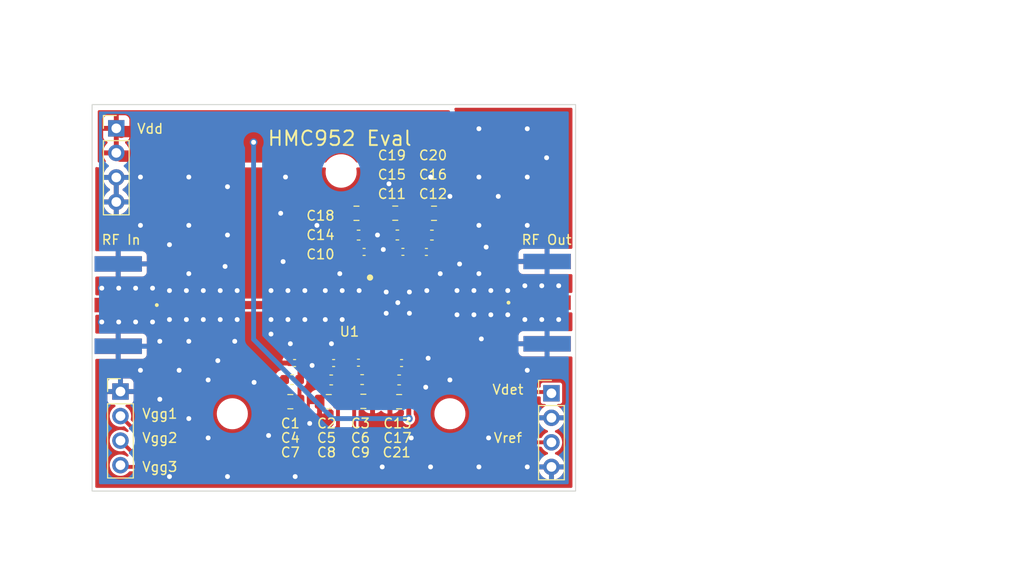
<source format=kicad_pcb>
(kicad_pcb (version 20211014) (generator pcbnew)
  (layers (0 "F.Cu" signal) (31 "B.Cu" signal) (34 "B.Paste" user) (35 "F.Paste" user) (36 "B.SilkS" user "B.Silkscreen") (37 "F.SilkS" user "F.Silkscreen") (38 "B.Mask" user) (39 "F.Mask" user) (44 "Edge.Cuts" user))
  (net 0 "")
  (net 1 "GND")
  (net 2 "/Vd_PA")
  (net 3 "/RF_out")
  (net 4 "/Vdet")
  (net 5 "/RF_In")
  (net 6 "/Vref")
  (net 7 "/Vg_PA1")
  (net 8 "/Vg_PA2")
  (net 9 "/Vg_PA3")
  (footprint "Capacitor_SMD:C_0603_1608Metric" (layer "F.Cu") (at 146.1375 86.01 180)
    (fp_text reference "C16" (at -0.1125 6.26) (layer "F.SilkS"))
    (fp_text value "10nF")
    (fp_line (start -0.14058 -0.51) (end 0.14058 -0.51) (layer "F.SilkS") (width 0.12))
    (fp_line (start -0.14058 0.51) (end 0.14058 0.51) (layer "F.SilkS") (width 0.12))
    (pad "1" smd roundrect (at -0.775 0 180) (size 0.9 0.95) (layers "F.Cu" "F.Paste" "F.Mask") (net 1 "GND"))
    (pad "2" smd roundrect (at 0.775 0 180) (size 0.9 0.95) (layers "F.Cu" "F.Paste" "F.Mask") (net 2 "/Vd_PA"))
  )
  (footprint "Capacitor_SMD:C_0402_1005Metric" (layer "F.Cu") (at 138.543 99.214 180)
    (fp_text reference "C3" (at -0.207 -6.286) (layer "F.SilkS"))
    (fp_text value "100pF")
    (fp_line (start -0.107836 -0.36) (end 0.107836 -0.36) (layer "F.SilkS") (width 0.12))
    (fp_line (start -0.107836 0.36) (end 0.107836 0.36) (layer "F.SilkS") (width 0.12))
    (pad "1" smd roundrect (at -0.48 0 180) (size 0.56 0.62) (layers "F.Cu" "F.Paste" "F.Mask") (net 1 "GND"))
    (pad "2" smd roundrect (at 0.48 0 180) (size 0.56 0.62) (layers "F.Cu" "F.Paste" "F.Mask") (net 9 "/Vg_PA3"))
  )
  (footprint "Capacitor_SMD:C_0805_2012Metric" (layer "F.Cu") (at 131.497 103.25)
    (fp_text reference "C7" (at 0.003 5.25) (layer "F.SilkS"))
    (fp_text value "4.7uF")
    (fp_line (start -0.261252 -0.735) (end 0.261252 -0.735) (layer "F.SilkS") (width 0.12))
    (fp_line (start -0.261252 0.735) (end 0.261252 0.735) (layer "F.SilkS") (width 0.12))
    (pad "1" smd roundrect (at -0.95 0) (size 1 1.45) (layers "F.Cu" "F.Paste" "F.Mask") (net 1 "GND"))
    (pad "2" smd roundrect (at 0.95 0) (size 1 1.45) (layers "F.Cu" "F.Paste" "F.Mask") (net 7 "/Vg_PA1"))
  )
  (footprint "Capacitor_SMD:C_0402_1005Metric" (layer "F.Cu") (at 131.939 99.25)
    (fp_text reference "C1" (at -0.439 6.25) (layer "F.SilkS"))
    (fp_text value "100pF")
    (fp_line (start -0.107836 0.36) (end 0.107836 0.36) (layer "F.SilkS") (width 0.12))
    (fp_line (start -0.107836 -0.36) (end 0.107836 -0.36) (layer "F.SilkS") (width 0.12))
    (pad "1" smd roundrect (at -0.48 0) (size 0.56 0.62) (layers "F.Cu" "F.Paste" "F.Mask") (net 1 "GND"))
    (pad "2" smd roundrect (at 0.48 0) (size 0.56 0.62) (layers "F.Cu" "F.Paste" "F.Mask") (net 7 "/Vg_PA1"))
  )
  (footprint "MountingHole:MountingHole_2.7mm_M2.5_ISO14580" (layer "F.Cu") (at 136.75 79.5)
    (fp_text reference "SCRW1" hide)
    (fp_text value "MountingHole_Pad")
    (pad "" np_thru_hole circle (at 0 0) (size 2.7 2.7) (drill 2.7) (layers *.Cu *.Mask))
  )
  (footprint "Capacitor_SMD:C_0603_1608Metric" (layer "F.Cu") (at 135.725 101)
    (fp_text reference "C5" (at -0.482252 6) (layer "F.SilkS"))
    (fp_text value "10nF")
    (fp_line (start -0.14058 -0.51) (end 0.14058 -0.51) (layer "F.SilkS") (width 0.12))
    (fp_line (start -0.14058 0.51) (end 0.14058 0.51) (layer "F.SilkS") (width 0.12))
    (pad "1" smd roundrect (at -0.775 0) (size 0.9 0.95) (layers "F.Cu" "F.Paste" "F.Mask") (net 1 "GND"))
    (pad "2" smd roundrect (at 0.775 0) (size 0.9 0.95) (layers "F.Cu" "F.Paste" "F.Mask") (net 8 "/Vg_PA2"))
  )
  (footprint "Capacitor_SMD:C_0805_2012Metric" (layer "F.Cu") (at 138.3375 83.75)
    (fp_text reference "C18" (at -3.725 0.25) (layer "F.SilkS"))
    (fp_text value "4.7uF")
    (fp_line (start -0.261252 0.735) (end 0.261252 0.735) (layer "F.SilkS") (width 0.12))
    (fp_line (start -0.261252 -0.735) (end 0.261252 -0.735) (layer "F.SilkS") (width 0.12))
    (pad "1" smd roundrect (at -0.95 0) (size 1 1.45) (layers "F.Cu" "F.Paste" "F.Mask") (net 1 "GND"))
    (pad "2" smd roundrect (at 0.95 0) (size 1 1.45) (layers "F.Cu" "F.Paste" "F.Mask") (net 2 "/Vd_PA"))
  )
  (footprint "MountingHole:MountingHole_2.7mm_M2.5_ISO14580" (layer "F.Cu") (at 125.5 104.5)
    (fp_text reference "SCRW2" hide)
    (fp_text value "MountingHole_Pad")
    (pad "" np_thru_hole circle (at 0 0) (size 2.7 2.7) (drill 2.7) (layers *.Cu *.Mask))
  )
  (footprint "GGS_Connectors:LINX_CONSMA020.062-G" (layer "F.Cu") (at 160.5 93 90)
    (fp_text reference "J2" hide)
    (fp_text value "SMA")
    (fp_circle (center 0 -6.44) (end 0.1 -6.44) (layer "F.SilkS") (width 0.2) (fill none))
    (pad "1" smd rect (at 0 -2.8 90) (size 1.5 5.6) (layers "F.Cu" "F.Paste" "F.Mask") (net 3 "/RF_out"))
    (pad "S1" smd rect (at -4.26 -2.45 90) (size 1.6 4.9) (layers "F.Cu" "F.Paste" "F.Mask") (net 1 "GND"))
    (pad "S2" smd rect (at 4.26 -2.45 90) (size 1.6 4.9) (layers "F.Cu" "F.Paste" "F.Mask") (net 1 "GND"))
    (pad "S3" smd rect (at -4.26 -2.45 90) (size 1.6 4.9) (layers "B.Cu" "B.Paste" "B.Mask") (net 1 "GND"))
    (pad "S4" smd rect (at 4.26 -2.45 90) (size 1.6 4.9) (layers "B.Cu" "B.Paste" "B.Mask") (net 1 "GND"))
  )
  (footprint "Capacitor_SMD:C_0402_1005Metric" (layer "F.Cu") (at 139.1275 87.75)
    (fp_text reference "C10" (at -4.515 0.25) (layer "F.SilkS"))
    (fp_text value "100pF")
    (fp_line (start -0.107836 -0.36) (end 0.107836 -0.36) (layer "F.SilkS") (width 0.12))
    (fp_line (start -0.107836 0.36) (end 0.107836 0.36) (layer "F.SilkS") (width 0.12))
    (pad "1" smd roundrect (at -0.48 0) (size 0.56 0.62) (layers "F.Cu" "F.Paste" "F.Mask") (net 1 "GND"))
    (pad "2" smd roundrect (at 0.48 0) (size 0.56 0.62) (layers "F.Cu" "F.Paste" "F.Mask") (net 2 "/Vd_PA"))
  )
  (footprint "Connector_PinHeader_2.54mm:PinHeader_1x04_P2.54mm_Vertical" (layer "F.Cu") (at 113.5 74.96)
    (fp_text reference "J3" hide)
    (fp_text value "Conn_01x04")
    (fp_line (start -1.33 -1.33) (end 0 -1.33) (layer "F.SilkS") (width 0.12))
    (fp_line (start -1.33 1.27) (end 1.33 1.27) (layer "F.SilkS") (width 0.12))
    (fp_line (start -1.33 0) (end -1.33 -1.33) (layer "F.SilkS") (width 0.12))
    (fp_line (start 1.33 1.27) (end 1.33 8.95) (layer "F.SilkS") (width 0.12))
    (fp_line (start -1.33 8.95) (end 1.33 8.95) (layer "F.SilkS") (width 0.12))
    (fp_line (start -1.33 1.27) (end -1.33 8.95) (layer "F.SilkS") (width 0.12))
    (pad "1" thru_hole rect (at 0 0) (size 1.7 1.7) (drill 1) (layers *.Cu *.Mask) (net 2 "/Vd_PA"))
    (pad "2" thru_hole oval (at 0 2.54) (size 1.7 1.7) (drill 1) (layers *.Cu *.Mask) (net 2 "/Vd_PA"))
    (pad "3" thru_hole oval (at 0 5.08) (size 1.7 1.7) (drill 1) (layers *.Cu *.Mask) (net 1 "GND"))
    (pad "4" thru_hole oval (at 0 7.62) (size 1.7 1.7) (drill 1) (layers *.Cu *.Mask) (net 1 "GND"))
  )
  (footprint "GGS_Connectors:LINX_CONSMA020.062-G" (layer "F.Cu") (at 111.25 93.25 -90)
    (fp_text reference "J1" hide)
    (fp_text value "SMA")
    (fp_circle (center 0 -6.44) (end 0.1 -6.44) (layer "F.SilkS") (width 0.2) (fill none))
    (pad "1" smd rect (at 0 -2.8 270) (size 1.5 5.6) (layers "F.Cu" "F.Paste" "F.Mask") (net 5 "/RF_In"))
    (pad "S1" smd rect (at -4.26 -2.45 270) (size 1.6 4.9) (layers "F.Cu" "F.Paste" "F.Mask") (net 1 "GND"))
    (pad "S2" smd rect (at 4.26 -2.45 270) (size 1.6 4.9) (layers "F.Cu" "F.Paste" "F.Mask") (net 1 "GND"))
    (pad "S3" smd rect (at -4.26 -2.45 270) (size 1.6 4.9) (layers "B.Cu" "B.Paste" "B.Mask") (net 1 "GND"))
    (pad "S4" smd rect (at 4.26 -2.45 270) (size 1.6 4.9) (layers "B.Cu" "B.Paste" "B.Mask") (net 1 "GND"))
  )
  (footprint "Connector_PinHeader_2.54mm:PinHeader_1x04_P2.54mm_Vertical" (layer "F.Cu") (at 113.9325 102.2)
    (fp_text reference "J4" hide)
    (fp_text value "Conn_01x04")
    (fp_line (start -1.33 0) (end -1.33 -1.33) (layer "F.SilkS") (width 0.12))
    (fp_line (start 1.33 1.27) (end 1.33 8.95) (layer "F.SilkS") (width 0.12))
    (fp_line (start -1.33 -1.33) (end 0 -1.33) (layer "F.SilkS") (width 0.12))
    (fp_line (start -1.33 8.95) (end 1.33 8.95) (layer "F.SilkS") (width 0.12))
    (fp_line (start -1.33 1.27) (end 1.33 1.27) (layer "F.SilkS") (width 0.12))
    (fp_line (start -1.33 1.27) (end -1.33 8.95) (layer "F.SilkS") (width 0.12))
    (pad "1" thru_hole rect (at 0 0) (size 1.7 1.7) (drill 1) (layers *.Cu *.Mask) (net 1 "GND"))
    (pad "2" thru_hole oval (at 0 2.54) (size 1.7 1.7) (drill 1) (layers *.Cu *.Mask) (net 7 "/Vg_PA1"))
    (pad "3" thru_hole oval (at 0 5.08) (size 1.7 1.7) (drill 1) (layers *.Cu *.Mask) (net 8 "/Vg_PA2"))
    (pad "4" thru_hole oval (at 0 7.62) (size 1.7 1.7) (drill 1) (layers *.Cu *.Mask) (net 9 "/Vg_PA3"))
  )
  (footprint "Capacitor_SMD:C_0805_2012Metric" (layer "F.Cu") (at 142.3475 83.74)
    (fp_text reference "C19" (at -0.3475 -5.99) (layer "F.SilkS"))
    (fp_text value "4.7uF")
    (fp_line (start -0.261252 -0.735) (end 0.261252 -0.735) (layer "F.SilkS") (width 0.12))
    (fp_line (start -0.261252 0.735) (end 0.261252 0.735) (layer "F.SilkS") (width 0.12))
    (pad "1" smd roundrect (at -0.95 0) (size 1 1.45) (layers "F.Cu" "F.Paste" "F.Mask") (net 1 "GND"))
    (pad "2" smd roundrect (at 0.95 0) (size 1 1.45) (layers "F.Cu" "F.Paste" "F.Mask") (net 2 "/Vd_PA"))
  )
  (footprint "Capacitor_SMD:C_0402_1005Metric" (layer "F.Cu") (at 143.1375 87.74)
    (fp_text reference "C11" (at -1.1375 -5.99) (layer "F.SilkS"))
    (fp_text value "100pF")
    (fp_line (start -0.107836 -0.36) (end 0.107836 -0.36) (layer "F.SilkS") (width 0.12))
    (fp_line (start -0.107836 0.36) (end 0.107836 0.36) (layer "F.SilkS") (width 0.12))
    (pad "1" smd roundrect (at -0.48 0) (size 0.56 0.62) (layers "F.Cu" "F.Paste" "F.Mask") (net 1 "GND"))
    (pad "2" smd roundrect (at 0.48 0) (size 0.56 0.62) (layers "F.Cu" "F.Paste" "F.Mask") (net 2 "/Vd_PA"))
  )
  (footprint "Capacitor_SMD:C_0805_2012Metric" (layer "F.Cu") (at 142.75 103.25)
    (fp_text reference "C21" (at -0.25 5.25) (layer "F.SilkS"))
    (fp_text value "4.7uF")
    (fp_line (start -0.261252 0.735) (end 0.261252 0.735) (layer "F.SilkS") (width 0.12))
    (fp_line (start -0.261252 -0.735) (end 0.261252 -0.735) (layer "F.SilkS") (width 0.12))
    (pad "1" smd roundrect (at -0.95 0) (size 1 1.45) (layers "F.Cu" "F.Paste" "F.Mask") (net 1 "GND"))
    (pad "2" smd roundrect (at 0.95 0) (size 1 1.45) (layers "F.Cu" "F.Paste" "F.Mask") (net 2 "/Vd_PA"))
  )
  (footprint "MountingHole:MountingHole_2.7mm_M2.5_ISO14580" (layer "F.Cu") (at 148 104.5)
    (fp_text reference "SCRW3" hide)
    (fp_text value "MountingHole_Pad")
    (pad "" np_thru_hole circle (at 0 0) (size 2.7 2.7) (drill 2.7) (layers *.Cu *.Mask))
  )
  (footprint "Capacitor_SMD:C_0603_1608Metric" (layer "F.Cu") (at 131.685 100.964)
    (fp_text reference "C4" (at -0.185 6.036) (layer "F.SilkS"))
    (fp_text value "10nF")
    (fp_line (start -0.14058 -0.51) (end 0.14058 -0.51) (layer "F.SilkS") (width 0.12))
    (fp_line (start -0.14058 0.51) (end 0.14058 0.51) (layer "F.SilkS") (width 0.12))
    (pad "1" smd roundrect (at -0.775 0) (size 0.9 0.95) (layers "F.Cu" "F.Paste" "F.Mask") (net 1 "GND"))
    (pad "2" smd roundrect (at 0.775 0) (size 0.9 0.95) (layers "F.Cu" "F.Paste" "F.Mask") (net 7 "/Vg_PA1"))
  )
  (footprint "Connector_PinHeader_2.54mm:PinHeader_1x04_P2.54mm_Vertical" (layer "F.Cu") (at 158.5 102.38)
    (fp_text reference "J5" hide)
    (fp_text value "Conn_01x04")
    (fp_line (start -1.33 8.95) (end 1.33 8.95) (layer "F.SilkS") (width 0.12))
    (fp_line (start -1.33 0) (end -1.33 -1.33) (layer "F.SilkS") (width 0.12))
    (fp_line (start -1.33 -1.33) (end 0 -1.33) (layer "F.SilkS") (width 0.12))
    (fp_line (start -1.33 1.27) (end 1.33 1.27) (layer "F.SilkS") (width 0.12))
    (fp_line (start -1.33 1.27) (end -1.33 8.95) (layer "F.SilkS") (width 0.12))
    (fp_line (start 1.33 1.27) (end 1.33 8.95) (layer "F.SilkS") (width 0.12))
    (pad "1" thru_hole rect (at 0 0) (size 1.7 1.7) (drill 1) (layers *.Cu *.Mask) (net 4 "/Vdet"))
    (pad "2" thru_hole oval (at 0 2.54) (size 1.7 1.7) (drill 1) (layers *.Cu *.Mask) (net 1 "GND"))
    (pad "3" thru_hole oval (at 0 5.08) (size 1.7 1.7) (drill 1) (layers *.Cu *.Mask) (net 6 "/Vref"))
    (pad "4" thru_hole oval (at 0 7.62) (size 1.7 1.7) (drill 1) (layers *.Cu *.Mask) (net 1 "GND"))
  )
  (footprint "Capacitor_SMD:C_0603_1608Metric" (layer "F.Cu") (at 142.5675 86)
    (fp_text reference "C15" (at -0.5675 -6.25) (layer "F.SilkS"))
    (fp_text value "10nF")
    (fp_line (start -0.14058 -0.51) (end 0.14058 -0.51) (layer "F.SilkS") (width 0.12))
    (fp_line (start -0.14058 0.51) (end 0.14058 0.51) (layer "F.SilkS") (width 0.12))
    (pad "1" smd roundrect (at -0.775 0) (size 0.9 0.95) (layers "F.Cu" "F.Paste" "F.Mask") (net 1 "GND"))
    (pad "2" smd roundrect (at 0.775 0) (size 0.9 0.95) (layers "F.Cu" "F.Paste" "F.Mask") (net 2 "/Vd_PA"))
  )
  (footprint "Capacitor_SMD:C_0805_2012Metric" (layer "F.Cu") (at 146.3575 83.75 180)
    (fp_text reference "C20" (at 0.1075 6) (layer "F.SilkS"))
    (fp_text value "4.7uF")
    (fp_line (start -0.261252 -0.735) (end 0.261252 -0.735) (layer "F.SilkS") (width 0.12))
    (fp_line (start -0.261252 0.735) (end 0.261252 0.735) (layer "F.SilkS") (width 0.12))
    (pad "1" smd roundrect (at -0.95 0 180) (size 1 1.45) (layers "F.Cu" "F.Paste" "F.Mask") (net 1 "GND"))
    (pad "2" smd roundrect (at 0.95 0 180) (size 1 1.45) (layers "F.Cu" "F.Paste" "F.Mask") (net 2 "/Vd_PA"))
  )
  (footprint "SamacSys_Footprints:QFN65P500X500X100-25N-D" (layer "F.Cu") (at 142.6125 93)
    (fp_text reference "U1" (at -5 3) (layer "F.SilkS"))
    (fp_text value "HMC952ALP5GE" hide)
    (fp_circle (center -2.8745 -2.6) (end -2.8745 -2.4375) (layer "F.SilkS") (width 0.325) (fill none))
    (pad "1" smd rect locked (at -2.45 -1.625 90) (size 0.35 0.85) (layers "F.Cu" "F.Paste" "F.Mask") (net 1 "GND"))
    (pad "2" smd rect locked (at -2.45 -0.975 90) (size 0.35 0.85) (layers "F.Cu" "F.Paste" "F.Mask") (net 1 "GND"))
    (pad "3" smd rect locked (at -2.45 -0.325 90) (size 0.35 0.85) (layers "F.Cu" "F.Paste" "F.Mask") (net 1 "GND"))
    (pad "4" smd rect locked (at -2.45 0.325 90) (size 0.35 0.85) (layers "F.Cu" "F.Paste" "F.Mask") (net 5 "/RF_In"))
    (pad "5" smd rect locked (at -2.45 0.975 90) (size 0.35 0.85) (layers "F.Cu" "F.Paste" "F.Mask") (net 1 "GND"))
    (pad "6" smd rect locked (at -2.45 1.625 90) (size 0.35 0.85) (layers "F.Cu" "F.Paste" "F.Mask") (net 7 "/Vg_PA1"))
    (pad "7" smd rect locked (at -1.625 2.45) (size 0.35 0.85) (layers "F.Cu" "F.Paste" "F.Mask") (net 8 "/Vg_PA2"))
    (pad "8" smd rect locked (at -0.975 2.45) (size 0.35 0.85) (layers "F.Cu" "F.Paste" "F.Mask") (net 9 "/Vg_PA3"))
    (pad "9" smd rect locked (at -0.325 2.45) (size 0.35 0.85) (layers "F.Cu" "F.Paste" "F.Mask") (net 1 "GND"))
    (pad "10" smd rect locked (at 0.325 2.45) (size 0.35 0.85) (layers "F.Cu" "F.Paste" "F.Mask") (net 1 "GND"))
    (pad "11" smd rect locked (at 0.975 2.45) (size 0.35 0.85) (layers "F.Cu" "F.Paste" "F.Mask") (net 2 "/Vd_PA"))
    (pad "12" smd rect locked (at 1.625 2.45) (size 0.35 0.85) (layers "F.Cu" "F.Paste" "F.Mask") (net 6 "/Vref"))
    (pad "13" smd rect locked (at 2.45 1.625 90) (size 0.35 0.85) (layers "F.Cu" "F.Paste" "F.Mask") (net 4 "/Vdet"))
    (pad "14" smd rect locked (at 2.45 0.975 90) (size 0.35 0.85) (layers "F.Cu" "F.Paste" "F.Mask") (net 1 "GND"))
    (pad "15" smd rect locked (at 2.45 0.325 90) (size 0.35 0.85) (layers "F.Cu" "F.Paste" "F.Mask") (net 1 "GND"))
    (pad "16" smd rect locked (at 2.45 -0.325 90) (size 0.35 0.85) (layers "F.Cu" "F.Paste" "F.Mask") (net 3 "/RF_out"))
    (pad "17" smd rect locked (at 2.45 -0.975 90) (size 0.35 0.85) (layers "F.Cu" "F.Paste" "F.Mask") (net 1 "GND"))
    (pad "18" smd rect locked (at 2.45 -1.625 90) (size 0.35 0.85) (layers "F.Cu" "F.Paste" "F.Mask") (net 1 "GND"))
    (pad "19" smd rect locked (at 1.625 -2.45) (size 0.35 0.85) (layers "F.Cu" "F.Paste" "F.Mask") (net 1 "GND"))
    (pad "20" smd rect locked (at 0.975 -2.45) (size 0.35 0.85) (layers "F.Cu" "F.Paste" "F.Mask") (net 2 "/Vd_PA"))
    (pad "21" smd rect locked (at 0.325 -2.45) (size 0.35 0.85) (layers "F.Cu" "F.Paste" "F.Mask") (net 2 "/Vd_PA"))
    (pad "22" smd rect locked (at -0.325 -2.45) (size 0.35 0.85) (layers "F.Cu" "F.Paste" "F.Mask") (net 2 "/Vd_PA"))
    (pad "23" smd rect locked (at -0.975 -2.45) (size 0.35 0.85) (layers "F.Cu" "F.Paste" "F.Mask") (net 1 "GND"))
    (pad "24" smd rect locked (at -1.625 -2.45) (size 0.35 0.85) (layers "F.Cu" "F.Paste" "F.Mask") (net 1 "GND"))
    (pad "25" smd rect locked (at 0 0) (size 3.25 3.25) (layers "F.Cu" "F.Paste" "F.Mask") (net 1 "GND"))
  )
  (footprint "Capacitor_SMD:C_0603_1608Metric" (layer "F.Cu") (at 138.924 100.964 180)
    (fp_text reference "C6" (at 0.174 -6.036) (layer "F.SilkS"))
    (fp_text value "10nF")
    (fp_line (start -0.14058 0.51) (end 0.14058 0.51) (layer "F.SilkS") (width 0.12))
    (fp_line (start -0.14058 -0.51) (end 0.14058 -0.51) (layer "F.SilkS") (width 0.12))
    (pad "1" smd roundrect (at -0.775 0 180) (size 0.9 0.95) (layers "F.Cu" "F.Paste" "F.Mask") (net 1 "GND"))
    (pad "2" smd roundrect (at 0.775 0 180) (size 0.9 0.95) (layers "F.Cu" "F.Paste" "F.Mask") (net 9 "/Vg_PA3"))
  )
  (footprint "Capacitor_SMD:C_0805_2012Metric" (layer "F.Cu") (at 135.475 103.25)
    (fp_text reference "C8" (at -0.232252 5.25) (layer "F.SilkS"))
    (fp_text value "4.7uF")
    (fp_line (start -0.261252 0.735) (end 0.261252 0.735) (layer "F.SilkS") (width 0.12))
    (fp_line (start -0.261252 -0.735) (end 0.261252 -0.735) (layer "F.SilkS") (width 0.12))
    (pad "1" smd roundrect (at -0.95 0) (size 1 1.45) (layers "F.Cu" "F.Paste" "F.Mask") (net 1 "GND"))
    (pad "2" smd roundrect (at 0.95 0) (size 1 1.45) (layers "F.Cu" "F.Paste" "F.Mask") (net 8 "/Vg_PA2"))
  )
  (footprint "Capacitor_SMD:C_0402_1005Metric" (layer "F.Cu") (at 135.975 99.25)
    (fp_text reference "C2" (at -0.725 6.25) (layer "F.SilkS"))
    (fp_text value "100pF")
    (fp_line (start -0.107836 -0.36) (end 0.107836 -0.36) (layer "F.SilkS") (width 0.12))
    (fp_line (start -0.107836 0.36) (end 0.107836 0.36) (layer "F.SilkS") (width 0.12))
    (pad "1" smd roundrect (at -0.48 0) (size 0.56 0.62) (layers "F.Cu" "F.Paste" "F.Mask") (net 1 "GND"))
    (pad "2" smd roundrect (at 0.48 0) (size 0.56 0.62) (layers "F.Cu" "F.Paste" "F.Mask") (net 8 "/Vg_PA2"))
  )
  (footprint "Capacitor_SMD:C_0402_1005Metric" (layer "F.Cu") (at 143 99.25)
    (fp_text reference "C13" (at -0.422 6.25) (layer "F.SilkS"))
    (fp_text value "100pF")
    (fp_line (start -0.107836 0.36) (end 0.107836 0.36) (layer "F.SilkS") (width 0.12))
    (fp_line (start -0.107836 -0.36) (end 0.107836 -0.36) (layer "F.SilkS") (width 0.12))
    (pad "1" smd roundrect (at -0.48 0) (size 0.56 0.62) (layers "F.Cu" "F.Paste" "F.Mask") (net 1 "GND"))
    (pad "2" smd roundrect (at 0.48 0) (size 0.56 0.62) (layers "F.Cu" "F.Paste" "F.Mask") (net 2 "/Vd_PA"))
  )
  (footprint "Capacitor_SMD:C_0402_1005Metric" (layer "F.Cu") (at 145.5675 87.75 180)
    (fp_text reference "C12" (at -0.6825 6) (layer "F.SilkS"))
    (fp_text value "100pF")
    (fp_line (start -0.107836 -0.36) (end 0.107836 -0.36) (layer "F.SilkS") (width 0.12))
    (fp_line (start -0.107836 0.36) (end 0.107836 0.36) (layer "F.SilkS") (width 0.12))
    (pad "1" smd roundrect (at -0.48 0 180) (size 0.56 0.62) (layers "F.Cu" "F.Paste" "F.Mask") (net 1 "GND"))
    (pad "2" smd roundrect (at 0.48 0 180) (size 0.56 0.62) (layers "F.Cu" "F.Paste" "F.Mask") (net 2 "/Vd_PA"))
  )
  (footprint "Capacitor_SMD:C_0603_1608Metric" (layer "F.Cu") (at 142.75 101)
    (fp_text reference "C17" (at -0.172 6) (layer "F.SilkS"))
    (fp_text value "10nF")
    (fp_line (start -0.14058 0.51) (end 0.14058 0.51) (layer "F.SilkS") (width 0.12))
    (fp_line (start -0.14058 -0.51) (end 0.14058 -0.51) (layer "F.SilkS") (width 0.12))
    (pad "1" smd roundrect (at -0.775 0) (size 0.9 0.95) (layers "F.Cu" "F.Paste" "F.Mask") (net 1 "GND"))
    (pad "2" smd roundrect (at 0.775 0) (size 0.9 0.95) (layers "F.Cu" "F.Paste" "F.Mask") (net 2 "/Vd_PA"))
  )
  (footprint "Capacitor_SMD:C_0603_1608Metric" (layer "F.Cu") (at 138.5575 86.01)
    (fp_text reference "C14" (at -3.945 -0.01) (layer "F.SilkS"))
    (fp_text value "10nF")
    (fp_line (start -0.14058 0.51) (end 0.14058 0.51) (layer "F.SilkS") (width 0.12))
    (fp_line (start -0.14058 -0.51) (end 0.14058 -0.51) (layer "F.SilkS") (width 0.12))
    (pad "1" smd roundrect (at -0.775 0) (size 0.9 0.95) (layers "F.Cu" "F.Paste" "F.Mask") (net 1 "GND"))
    (pad "2" smd roundrect (at 0.775 0) (size 0.9 0.95) (layers "F.Cu" "F.Paste" "F.Mask") (net 2 "/Vd_PA"))
  )
  (footprint "Capacitor_SMD:C_0805_2012Metric" (layer "F.Cu") (at 139.051 103.214 180)
    (fp_text reference "C9" (at 0.301 -5.286) (layer "F.SilkS"))
    (fp_text value "4.7uF")
    (fp_line (start -0.261252 0.735) (end 0.261252 0.735) (layer "F.SilkS") (width 0.12))
    (fp_line (start -0.261252 -0.735) (end 0.261252 -0.735) (layer "F.SilkS") (width 0.12))
    (pad "1" smd roundrect (at -0.95 0 180) (size 1 1.45) (layers "F.Cu" "F.Paste" "F.Mask") (net 1 "GND"))
    (pad "2" smd roundrect (at 0.95 0 180) (size 1 1.45) (layers "F.Cu" "F.Paste" "F.Mask") (net 9 "/Vg_PA3"))
  )
  (gr_rect (start 111 112.5) (end 161 72.5) (layer "Edge.Cuts") (width 0.1) (fill none))
  (gr_text "RF In" (at 114 86.5) (layer "F.SilkS") (effects (font (size 1 1))))
  (gr_text "HMC952 Eval" (at 136.6 76) (layer "F.SilkS") (effects (font (size 1.5 1.5) (thickness 0.2))))
  (gr_text "Vgg2" (at 118 107) (layer "F.SilkS") (effects (font (size 1 1))))
  (gr_text "Vdd" (at 117 75) (layer "F.SilkS") (effects (font (size 1 1))))
  (gr_text "Vgg1" (at 118 104.5) (layer "F.SilkS") (effects (font (size 1 1))))
  (gr_text "Vref" (at 154 107) (layer "F.SilkS") (effects (font (size 1 1))))
  (gr_text "Vgg3" (at 118 110) (layer "F.SilkS") (effects (font (size 1 1))))
  (gr_text "RF Out" (at 158 86.5) (layer "F.SilkS") (effects (font (size 1 1))))
  (gr_text "Vdet" (at 154 102) (layer "F.SilkS") (effects (font (size 1 1))))
  (segment (start 143.5875 93.975) (end 142.6125 93) (width 0.25) (layer "F.Cu") (net 1))
  (segment (start 145.0625 92.025) (end 143.5875 92.025) (width 0.25) (layer "F.Cu") (net 1))
  (segment (start 143.5875 92.025) (end 142.6125 93) (width 0.25) (layer "F.Cu") (net 1))
  (segment (start 142.2875 92.675) (end 142.6125 93) (width 0.25) (layer "F.Cu") (net 1))
  (segment (start 141.6375 92.025) (end 142.6125 93) (width 0.25) (layer "F.Cu") (net 1))
  (segment (start 142.2875 95.45) (end 142.2875 93.325) (width 0.25) (layer "F.Cu") (net 1))
  (segment (start 140.1625 92.025) (end 141.6375 92.025) (width 0.25) (layer "F.Cu") (net 1))
  (segment (start 140.1625 91.375) (end 140.9875 91.375) (width 0.25) (layer "F.Cu") (net 1))
  (segment (start 140.1625 92.675) (end 142.2875 92.675) (width 0.25) (layer "F.Cu") (net 1))
  (segment (start 141.6375 93.975) (end 142.6125 93) (width 0.25) (layer "F.Cu") (net 1))
  (segment (start 140.9875 91.375) (end 142.6125 93) (width 0.25) (layer "F.Cu") (net 1))
  (segment (start 142.9375 95.45) (end 142.9375 93.325) (width 0.25) (layer "F.Cu") (net 1))
  (segment (start 140.1625 93.975) (end 141.6375 93.975) (width 0.25) (layer "F.Cu") (net 1))
  (segment (start 141.6375 90.55) (end 141.6375 92.025) (width 0.25) (layer "F.Cu") (net 1))
  (segment (start 144.2375 90.55) (end 144.2375 91.375) (width 0.25) (layer "F.Cu") (net 1))
  (segment (start 145.0625 93.325) (end 142.9375 93.325) (width 0.25) (layer "F.Cu") (net 1))
  (segment (start 144.2375 91.375) (end 142.6125 93) (width 0.25) (layer "F.Cu") (net 1))
  (segment (start 142.2875 93.325) (end 142.6125 93) (width 0.25) (layer "F.Cu") (net 1))
  (segment (start 145.0625 93.975) (end 143.5875 93.975) (width 0.25) (layer "F.Cu") (net 1))
  (segment (start 142.9375 93.325) (end 142.6125 93) (width 0.25) (layer "F.Cu") (net 1))
  (segment (start 140.9875 90.55) (end 140.9875 91.375) (width 0.25) (layer "F.Cu") (net 1))
  (segment (start 145.0625 91.375) (end 144.2375 91.375) (width 0.25) (layer "F.Cu") (net 1))
  (via (at 151 80) (size 0.8) (drill 0.5) (layers "F.Cu" "B.Cu") (net 1))
  (via (at 130.5 83.75) (size 0.8) (drill 0.5) (layers "F.Cu" "B.Cu") (net 1))
  (via (at 117.25 95) (size 0.8) (drill 0.5) (layers "F.Cu" "B.Cu") (net 1))
  (via (at 116 80) (size 0.8) (drill 0.5) (layers "F.Cu" "B.Cu") (net 1))
  (via (at 121 85) (size 0.8) (drill 0.5) (layers "F.Cu" "B.Cu") (net 1))
  (via (at 123 107) (size 0.8) (drill 0.5) (layers "F.Cu" "B.Cu") (net 1))
  (via (at 136.8625 94.75) (size 0.8) (drill 0.5) (layers "F.Cu" "B.Cu") (net 1))
  (via (at 142.6125 93) (size 0.8) (drill 0.5) (layers "F.Cu" "B.Cu") (net 1))
  (via (at 147 90) (size 0.8) (drill 0.5) (layers "F.Cu" "B.Cu") (net 1))
  (via (at 148 82) (size 0.8) (drill 0.5) (layers "F.Cu" "B.Cu") (net 1))
  (via (at 120.75 94.75) (size 0.8) (drill 0.5) (layers "F.Cu" "B.Cu") (net 1))
  (via (at 159.25 91.25) (size 0.8) (drill 0.5) (layers "F.Cu" "B.Cu") (net 1))
  (via (at 118 103) (size 0.8) (drill 0.5) (layers "F.Cu" "B.Cu") (net 1))
  (via (at 129.25 106.75) (size 0.8) (drill 0.5) (layers "F.Cu" "B.Cu") (net 1))
  (via (at 153.984048 94.253671) (size 0.8) (drill 0.5) (layers "F.Cu" "B.Cu") (net 1))
  (via (at 141 110) (size 0.8) (drill 0.5) (layers "F.Cu" "B.Cu") (net 1))
  (via (at 125 81) (size 0.8) (drill 0.5) (layers "F.Cu" "B.Cu") (net 1))
  (via (at 152.234048 91.746329) (size 0.8) (drill 0.5) (layers "F.Cu" "B.Cu") (net 1))
  (via (at 118 97) (size 0.8) (drill 0.5) (layers "F.Cu" "B.Cu") (net 1))
  (via (at 115.5 91.5) (size 0.8) (drill 0.5) (layers "F.Cu" "B.Cu") (net 1))
  (via (at 119 111) (size 0.8) (drill 0.5) (layers "F.Cu" "B.Cu") (net 1))
  (via (at 152 107) (size 0.8) (drill 0.5) (layers "F.Cu" "B.Cu") (net 1))
  (via (at 131.25 94.75) (size 0.8) (drill 0.5) (layers "F.Cu" "B.Cu") (net 1))
  (via (at 133 91.75) (size 0.8) (drill 0.5) (layers "F.Cu" "B.Cu") (net 1))
  (via (at 123 101) (size 0.8) (drill 0.5) (layers "F.Cu" "B.Cu") (net 1))
  (via (at 157.5 91.25) (size 0.8) (drill 0.5) (layers "F.Cu" "B.Cu") (net 1))
  (via (at 125.75 97) (size 0.8) (drill 0.5) (layers "F.Cu" "B.Cu") (net 1))
  (via (at 151 75) (size 0.8) (drill 0.5) (layers "F.Cu" "B.Cu") (net 1))
  (via (at 129.5 91.75) (size 0.8) (drill 0.5) (layers "F.Cu" "B.Cu") (net 1))
  (via (at 156 75) (size 0.8) (drill 0.5) (layers "F.Cu" "B.Cu") (net 1))
  (via (at 140.5125 86) (size 0.8) (drill 0.5) (layers "F.Cu" "B.Cu") (net 1))
  (via (at 120.75 91.75) (size 0.8) (drill 0.5) (layers "F.Cu" "B.Cu") (net 1))
  (via (at 121 105) (size 0.8) (drill 0.5) (layers "F.Cu" "B.Cu") (net 1))
  (via (at 141.4125 94.1) (size 0.8) (drill 0.5) (layers "F.Cu" "B.Cu") (net 1))
  (via (at 121 80) (size 0.8) (drill 0.5) (layers "F.Cu" "B.Cu") (net 1))
  (via (at 112 95) (size 0.8) (drill 0.5) (layers "F.Cu" "B.Cu") (net 1))
  (via (at 156 100) (size 0.8) (drill 0.5) (layers "F.Cu" "B.Cu") (net 1))
  (via (at 113.75 95) (size 0.8) (drill 0.5) (layers "F.Cu" "B.Cu") (net 1))
  (via (at 119 91.75) (size 0.8) (drill 0.5) (layers "F.Cu" "B.Cu") (net 1))
  (via (at 126 91.75) (size 0.8) (drill 0.5) (layers "F.Cu" "B.Cu") (net 1))
  (via (at 124 99) (size 0.8) (drill 0.5) (layers "F.Cu" "B.Cu") (net 1))
  (via (at 131.25 91.75) (size 0.8) (drill 0.5) (layers "F.Cu" "B.Cu") (net 1))
  (via (at 130.75 88.75) (size 0.8) (drill 0.5) (layers "F.Cu" "B.Cu") (net 1))
  (via (at 157.5 94.75) (size 0.8) (drill 0.5) (layers "F.Cu" "B.Cu") (net 1))
  (via (at 135.75 97.25) (size 0.8) (drill 0.5) (layers "F.Cu" "B.Cu") (net 1))
  (via (at 136.6125 90) (size 0.8) (drill 0.5) (layers "F.Cu" "B.Cu") (net 1))
  (via (at 133 94.75) (size 0.8) (drill 0.5) (layers "F.Cu" "B.Cu") (net 1))
  (via (at 151.75 87.25) (size 0.8) (drill 0.5) (layers "F.Cu" "B.Cu") (net 1))
  (via (at 149 89) (size 0.8) (drill 0.5) (layers "F.Cu" "B.Cu") (net 1))
  (via (at 159.25 94.75) (size 0.8) (drill 0.5) (layers "F.Cu" "B.Cu") (net 1))
  (via (at 120 100) (size 0.8) (drill 0.5) (layers "F.Cu" "B.Cu") (net 1))
  (via (at 143.8125 94.1) (size 0.8) (drill 0.5) (layers "F.Cu" "B.Cu") (net 1))
  (via (at 151 85) (size 0.8) (drill 0.5) (layers "F.Cu" "B.Cu") (net 1))
  (via (at 156 110) (size 0.8) (drill 0.5) (layers "F.Cu" "B.Cu") (net 1))
  (via (at 132 111) (size 0.8) (drill 0.5) (layers "F.Cu" "B.Cu") (net 1))
  (via (at 146 80) (size 0.8) (drill 0.5) (layers "F.Cu" "B.Cu") (net 1))
  (via (at 155.75 94.75) (size 0.8) (drill 0.5) (layers "F.Cu" "B.Cu") (net 1))
  (via (at 133.5 105.5) (size 0.8) (drill 0.5) (layers "F.Cu" "B.Cu") (net 1))
  (via (at 134.25 85) (size 0.8) (drill 0.5) (layers "F.Cu" "B.Cu") (net 1))
  (via (at 153.984048 91.746329) (size 0.8) (drill 0.5) (layers "F.Cu" "B.Cu") (net 1))
  (via (at 129.5 94.75) (size 0.8) (drill 0.5) (layers "F.Cu" "B.Cu") (net 1))
  (via (at 151.25 96.75) (size 0.8) (drill 0.5) (layers "F.Cu" "B.Cu") (net 1))
  (via (at 148.734048 94.253671) (size 0.8) (drill 0.5) (layers "F.Cu" "B.Cu") (net 1))
  (via (at 125 111) (size 0.8) (drill 0.5) (layers "F.Cu" "B.Cu") (net 1))
  (via (at 148 101) (size 0.8) (drill 0.5) (layers "F.Cu" "B.Cu") (net 1))
  (via (at 135.1125 94.75) (size 0.8) (drill 0.5) (layers "F.Cu" "B.Cu") (net 1))
  (via (at 145.75 98.75) (size 0.8) (drill 0.5) (layers "F.Cu" "B.Cu") (net 1))
  (via (at 117.25 91.5) (size 0.8) (drill 0.5) (layers "F.Cu" "B.Cu") (net 1))
  (via (at 125 86) (size 0.8) (drill 0.5) (layers "F.Cu" "B.Cu") (net 1))
  (via (at 121 90) (size 0.8) (drill 0.5) (layers "F.Cu" "B.Cu") (net 1))
  (via (at 124.25 94.75) (size 0.8) (drill 0.5) (layers "F.Cu" "B.Cu") (net 1))
  (via (at 121 97) (size 0.8) (drill 0.5) (layers "F.Cu" "B.Cu") (net 1))
  (via (at 150.484048 94.253671) (size 0.8) (drill 0.5) (layers "F.Cu" "B.Cu") (net 1))
  (via (at 116 100) (size 0.8) (drill 0.5) (layers "F.Cu" "B.Cu") (net 1))
  (via (at 131 80) (size 0.8) (drill 0.5) (layers "F.Cu" "B.Cu") (net 1))
  (via (at 141.4125 91.9) (size 0.8) (drill 0.5) (layers "F.Cu" "B.Cu") (net 1))
  (via (at 143.8125 91.9) (size 0.8) (drill 0.5) (layers "F.Cu" "B.Cu") (net 1))
  (via (at 131.5 97.25) (size 0.8) (drill 0.5) (layers "F.Cu" "B.Cu") (net 1))
  (via (at 133.75 99.5) (size 0.8) (drill 0.5) (layers "F.Cu" "B.Cu") (net 1))
  (via (at 124.25 91.75) (size 0.8) (drill 0.5) (layers "F.Cu" "B.Cu") (net 1))
  (via (at 145.5 101.75) (size 0.8) (drill 0.5) (layers "F.Cu" "B.Cu") (net 1))
  (via (at 144 107) (size 0.8) (drill 0.5) (layers "F.Cu" "B.Cu") (net 1))
  (via (at 148.734048 91.746329) (size 0.8) (drill 0.5) (layers "F.Cu" "B.Cu") (net 1))
  (via (at 119 87) (size 0.8) (drill 0.5) (layers "F.Cu" "B.Cu") (net 1))
  (via (at 116 85) (size 0.8) (drill 0.5) (layers "F.Cu" "B.Cu") (net 1))
  (via (at 112 91.5) (size 0.8) (drill 0.5) (layers "F.Cu" "B.Cu") (net 1))
  (via (at 124.75 89.25) (size 0.8) (drill 0.5) (layers "F.Cu" "B.Cu") (net 1))
  (via (at 113.75 91.5) (size 0.8) (drill 0.5) (layers "F.Cu" "B.Cu") (net 1))
  (via (at 122.5 94.75) (size 0.8) (drill 0.5) (layers "F.Cu" "B.Cu") (net 1))
  (via (at 129.5 96.25) (size 0.8) (drill 0.5) (layers "F.Cu" "B.Cu") (net 1))
  (via (at 156 85) (size 0.8) (drill 0.5) (layers "F.Cu" "B.Cu") (net 1))
  (via (at 138.6125 91.75) (size 0.8) (drill 0.5) (layers "F.Cu" "B.Cu") (net 1))
  (via (at 122.5 91.75) (size 0.8) (drill 0.5) (layers "F.Cu" "B.Cu") (net 1))
  (via (at 151 90) (size 0.8) (drill 0.5) (layers "F.Cu" "B.Cu") (net 1))
  (via (at 119 94.75) (size 0.8) (drill 0.5) (layers "F.Cu" "B.Cu") (net 1))
  (via (at 151 110) (size 0.8) (drill 0.5) (layers "F.Cu" "B.Cu") (net 1))
  (via (at 158 78) (size 0.8) (drill 0.5) (layers "F.Cu" "B.Cu") (net 1))
  (via (at 153 82) (size 0.8) (drill 0.5) (layers "F.Cu" "B.Cu") (net 1))
  (via (at 141.7 80.7) (size 0.8) (drill 0.5) (layers "F.Cu" "B.Cu") (net 1))
  (via (at 146 110) (size 0.8) (drill 0.5) (layers "F.Cu" "B.Cu") (net 1))
  (via (at 135.1125 91.75) (size 0.8) (drill 0.5) (layers "F.Cu" "B.Cu") (net 1))
  (via (at 127.75 101.25) (size 0.8) (drill 0.5) (layers "F.Cu" "B.Cu") (net 1))
  (via (at 145.6125 91.75) (size 0.8) (drill 0.5) (layers "F.Cu" "B.Cu") (net 1))
  (via (at 136.8625 91.75) (size 0.8) (drill 0.5) (layers "F.Cu" "B.Cu") (net 1))
  (via (at 150.484048 91.746329) (size 0.8) (drill 0.5) (layers "F.Cu" "B.Cu") (net 1))
  (via (at 141.1125 87.5) (size 0.8) (drill 0.5) (layers "F.Cu" "B.Cu") (net 1))
  (via (at 155.75 91.25) (size 0.8) (drill 0.5) (layers "F.Cu" "B.Cu") (net 1))
  (via (at 115.5 95) (size 0.8) (drill 0.5) (layers "F.Cu" "B.Cu") (net 1))
  (via (at 152.234048 94.253671) (size 0.8) (drill 0.5) (layers "F.Cu" "B.Cu") (net 1))
  (via (at 156 80) (size 0.8) (drill 0.5) (layers "F.Cu" "B.Cu") (net 1))
  (via (at 126 94.75) (size 0.8) (drill 0.5) (layers "F.Cu" "B.Cu") (net 1))
  (segment (start 142.9375 90.55) (end 142.9375 89.175) (width 0.4) (layer "F.Cu") (net 2))
  (segment (start 143.5875 90.55) (end 143.5875 89.525) (width 0.4) (layer "F.Cu") (net 2))
  (segment (start 143.757 103.25) (end 143.5875 103.0805) (width 0.4) (layer "F.Cu") (net 2))
  (segment (start 116.8575 75.385) (end 116.9325 75.46) (width 1) (layer "F.Cu") (net 2))
  (segment (start 145.0875 84.07) (end 145.4075 83.75) (width 0.4) (layer "F.Cu") (net 2))
  (segment (start 143.9825 83.055) (end 143.9825 77) (width 1) (layer "F.Cu") (net 2))
  (segment (start 145.0875 88.025) (end 145.0875 87.75) (width 0.4) (layer "F.Cu") (net 2))
  (segment (start 143.5875 89.525) (end 145.0875 88.025) (width 0.4) (layer "F.Cu") (net 2))
  (segment (start 142.2875 89.675) (end 142.2875 90.55) (width 0.4) (layer "F.Cu") (net 2))
  (segment (start 139.6125 87.75) (end 140.6125 88.75) (width 0.4) (layer "F.Cu") (net 2))
  (segment (start 139.8 77.2) (end 140 77) (width 1) (layer "F.Cu") (net 2))
  (segment (start 139.8 81.3) (end 139.8 77.2) (width 1) (layer "F.Cu") (net 2))
  (segment (start 144.7125 83.055) (end 145.4075 83.75) (width 1) (layer "F.Cu") (net 2))
  (segment (start 143.75 103.3) (end 143.7 103.25) (width 0.5) (layer "F.Cu") (net 2))
  (segment (start 139.2875 83.75) (end 139.6075 84.07) (width 0.4) (layer "F.Cu") (net 2))
  (segment (start 139.2875 83.75) (end 139.2875 81.8125) (width 1) (layer "F.Cu") (net 2))
  (segment (start 139.2875 81.8125) (end 139.8 81.3) (width 1) (layer "F.Cu") (net 2))
  (segment (start 143.9825 83.055) (end 143.2975 83.74) (width 1) (layer "F.Cu") (net 2))
  (segment (start 139.6075 84.07) (end 139.6075 87.75) (width 0.4) (layer "F.Cu") (net 2))
  (segment (start 113.9325 77.925) (end 116.4675 77.925) (width 1) (layer "F.Cu") (net 2))
  (segment (start 113.9325 75.385) (end 116.8575 75.385) (width 1) (layer "F.Cu") (net 2))
  (segment (start 143.5875 103.0805) (end 143.5875 95.45) (width 0.4) (layer "F.Cu") (net 2))
  (segment (start 139.6075 87.75) (end 139.6125 87.75) (width 0.4) (layer "F.Cu") (net 2))
  (segment (start 142.9375 89.175) (end 143.6125 88.5) (width 0.4) (layer "F.Cu") (net 2))
  (segment (start 143.75 105) (end 143.75 103.3) (width 0.5) (layer "F.Cu") (net 2))
  (segment (start 116.4675 77.925) (end 116.9325 77.46) (width 1) (layer "F.Cu") (net 2))
  (segment (start 141.3625 88.75) (end 142.2875 89.675) (width 0.4) (layer "F.Cu") (net 2))
  (segment (start 113.9325 75.385) (end 114.0075 75.46) (width 1) (layer "F.Cu") (net 2))
  (segment (start 144.7125 83.055) (end 143.9825 83.055) (width 1) (layer "F.Cu") (net 2))
  (segment (start 145.0875 87.75) (end 145.0875 84.07) (width 0.4) (layer "F.Cu") (net 2))
  (segment (start 140.6125 88.75) (end 141.3625 88.75) (width 0.4) (layer "F.Cu") (net 2))
  (segment (start 143.6125 84.055) (end 143.2975 83.74) (width 0.4) (layer "F.Cu") (net 2))
  (segment (start 143.6125 88.5) (end 143.6125 84.055) (width 0.4) (layer "F.Cu") (net 2))
  (via (at 127.7 76.4) (size 0.8) (drill 0.5) (layers "F.Cu" "B.Cu") (net 2))
  (via (at 143.75 105) (size 0.8) (drill 0.4) (layers "F.Cu" "B.Cu") (net 2))
  (segment (start 143.75 105) (end 135.9 105) (width 0.5) (layer "B.Cu") (net 2))
  (segment (start 127.7 96.8) (end 127.7 76.4) (width 0.5) (layer "B.Cu") (net 2))
  (segment (start 135.9 105) (end 127.7 96.8) (width 0.5) (layer "B.Cu") (net 2))
  (segment (start 146.5125 93) (end 146.2125 92.7) (width 0.84074) (layer "F.Cu") (net 3))
  (segment (start 146.1875 92.675) (end 146.2125 92.7) (width 0.4) (layer "F.Cu") (net 3))
  (segment (start 157.699998 93.000001) (end 146.5125 93) (width 0.84074) (layer "F.Cu") (net 3))
  (segment (start 145.0625 92.675) (end 146.1875 92.675) (width 0.4) (layer "F.Cu") (net 3))
  (segment (start 153.25 102.25) (end 158.37 102.25) (width 0.4) (layer "F.Cu") (net 4))
  (segment (start 158.37 102.25) (end 158.5 102.38) (width 0.4) (layer "F.Cu") (net 4))
  (segment (start 145.625 94.625) (end 153.25 102.25) (width 0.4) (layer "F.Cu") (net 4))
  (segment (start 145.0625 94.625) (end 145.625 94.625) (width 0.4) (layer "F.Cu") (net 4))
  (segment (start 114.049999 93.25) (end 139 93.25) (width 0.84074) (layer "F.Cu") (net 5))
  (segment (start 140.1625 93.325) (end 139.0375 93.325) (width 0.4) (layer "F.Cu") (net 5))
  (segment (start 139.0375 93.325) (end 138.9625 93.25) (width 0.4) (layer "F.Cu") (net 5))
  (segment (start 145 96.75) (end 146.25 96.75) (width 0.4) (layer "F.Cu") (net 6))
  (segment (start 146.25 96.75) (end 156.96 107.46) (width 0.4) (layer "F.Cu") (net 6))
  (segment (start 144.2375 95.45) (end 144.2375 95.9875) (width 0.4) (layer "F.Cu") (net 6))
  (segment (start 156.96 107.46) (end 158.5 107.46) (width 0.4) (layer "F.Cu") (net 6))
  (segment (start 144.2375 95.9875) (end 145 96.75) (width 0.4) (layer "F.Cu") (net 6))
  (segment (start 117.1925 108) (end 130.25 108) (width 0.4) (layer "F.Cu") (net 7))
  (segment (start 140.1625 94.625) (end 139.125 94.625) (width 0.4) (layer "F.Cu") (net 7))
  (segment (start 139.125 94.625) (end 137.75 96) (width 0.4) (layer "F.Cu") (net 7))
  (segment (start 130.25 108) (end 132.447 105.803) (width 0.4) (layer "F.Cu") (net 7))
  (segment (start 137.75 96) (end 135 96) (width 0.4) (layer "F.Cu") (net 7))
  (segment (start 132.447 105.803) (end 132.447 99.278) (width 0.4) (layer "F.Cu") (net 7))
  (segment (start 132.419 98.581) (end 132.419 99.25) (width 0.4) (layer "F.Cu") (net 7))
  (segment (start 113.9325 104.74) (end 117.1925 108) (width 0.4) (layer "F.Cu") (net 7))
  (segment (start 132.447 99.278) (end 132.419 99.25) (width 0.4) (layer "F.Cu") (net 7))
  (segment (start 135 96) (end 132.419 98.581) (width 0.4) (layer "F.Cu") (net 7))
  (segment (start 132.447 103.504) (end 132.447 103.25) (width 1) (layer "F.Cu") (net 7))
  (segment (start 139.8 95.45) (end 140.9875 95.45) (width 0.4) (layer "F.Cu") (net 8))
  (segment (start 136.425 105.825) (end 133.25 109) (width 0.4) (layer "F.Cu") (net 8))
  (segment (start 136.425 98.825) (end 139.8 95.45) (width 0.4) (layer "F.Cu") (net 8))
  (segment (start 136.425 103.25) (end 136.425 98.825) (width 0.4) (layer "F.Cu") (net 8))
  (segment (start 133.25 109) (end 115.6525 109) (width 0.4) (layer "F.Cu") (net 8))
  (segment (start 115.6525 109) (end 113.9325 107.28) (width 0.4) (layer "F.Cu") (net 8))
  (segment (start 136.425 103.25) (end 136.425 105.825) (width 0.4) (layer "F.Cu") (net 8))
  (segment (start 114.1125 110) (end 113.9325 109.82) (width 0.4) (layer "F.Cu") (net 9))
  (segment (start 140.25 97.5) (end 139.25 97.5) (width 0.4) (layer "F.Cu") (net 9))
  (segment (start 141.6375 95.45) (end 141.6375 96.1125) (width 0.4) (layer "F.Cu") (net 9))
  (segment (start 138.101 98.649) (end 138.101 103.214) (width 0.4) (layer "F.Cu") (net 9))
  (segment (start 141.6375 96.1125) (end 140.25 97.5) (width 0.4) (layer "F.Cu") (net 9))
  (segment (start 139.25 97.5) (end 138.101 98.649) (width 0.4) (layer "F.Cu") (net 9))
  (segment (start 138.101 103.214) (end 138.101 105.899) (width 0.4) (layer "F.Cu") (net 9))
  (segment (start 138.101 105.899) (end 134 110) (width 0.4) (layer "F.Cu") (net 9))
  (segment (start 134 110) (end 114.1125 110) (width 0.4) (layer "F.Cu") (net 9))
  (zone (net 1) (net_name "GND") (layer "F.Cu") (connect_pads (clearance 0.254)) (min_thickness 0.254) (fill yes (thermal_gap 0.508) (thermal_bridge_width 0.508))
    (polygon (pts (xy 161 112.5) (xy 111 112.5) (xy 111 72.5) (xy 161 72.5)))
  )
  (zone (net 2) (net_name "/Vd_PA") (layer "F.Cu") (priority 1) (connect_pads (clearance 0.508)) (min_thickness 0.254) (fill yes (thermal_gap 0.508) (thermal_bridge_width 0.508))
    (polygon (pts (xy 148 78.5) (xy 127 78.5) (xy 111 78.5) (xy 111 72.5) (xy 148 72.5)))
  )
  (zone (net 1) (net_name "GND") (layer "B.Cu") (connect_pads (clearance 0.635)) (min_thickness 0.254) (fill yes (thermal_gap 0.508) (thermal_bridge_width 0.508))
    (polygon (pts (xy 161 112.5) (xy 111 112.5) (xy 111 72.5) (xy 161 72.5)))
  )
)
</source>
